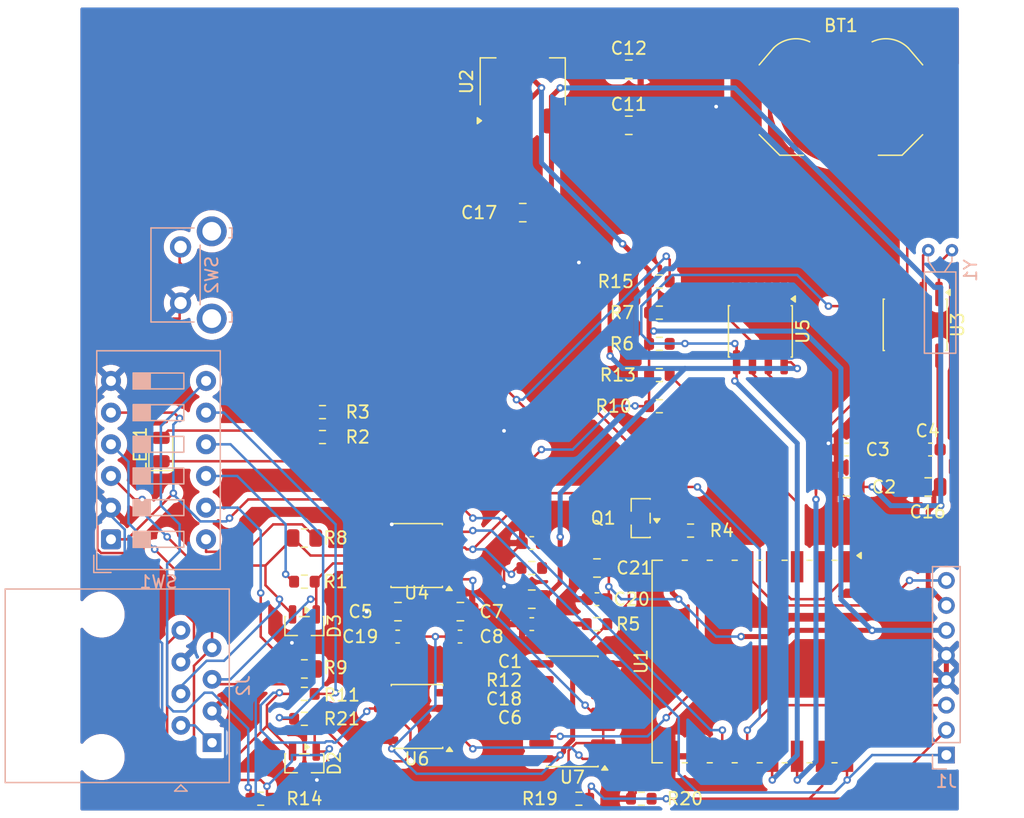
<source format=kicad_pcb>
(kicad_pcb (version 20241229) (generator "pcbnew") (generator_version "9.0")
  (layers (0 "F.Cu" signal) (2 "B.Cu" signal) (13 "F.Paste" user) (15 "B.Paste" user) (5 "F.SilkS" user "F.Silkscreen") (7 "B.SilkS" user "B.Silkscreen") (1 "F.Mask" user) (3 "B.Mask" user) (25 "Edge.Cuts" user))
  (net 0 "")
  (net 2 "FullDuplex")
  (net 3 "HalfDuplex")
  (net 4 "RST")
  (net 5 "Net-(C1-Pad1)")
  (net 6 "FULL_RS485_A")
  (net 7 "+3.3V")
  (net 8 "GND")
  (net 9 "EN")
  (net 10 "+5V")
  (net 11 "BAT")
  (net 13 "FULL_RS485_B")
  (net 14 "Net-(R1-Pad1)")
  (net 15 "HALF_RS485_B")
  (net 16 "HALF_RS485_A")
  (net 17 "Net-(J2-Pad1)")
  (net 18 "GPIO0")
  (net 19 "Net-(U3-X2)")
  (net 20 "Net-(U3-X1)")
  (net 21 "SDA")
  (net 22 "RX")
  (net 23 "SCL")
  (net 24 "TX")
  (net 25 "Net-(R8-Pad2)")
  (net 26 "Net-(R9-Pad1)")
  (net 27 "Debug")
  (net 28 "Net-(R11-Pad1)")
  (net 29 "Net-(R14-Pad1)")
  (net 31 "Net-(R21-Pad1)")
  (net 34 "Net-(Q1-B)")
  (net 39 "Net-(LED1-A)")
  (net 40 "Net-(LED1-K)")
  (net 41 "DE{slash}RE")
  (net 42 "Net-(R19-Pad2)")
  (net 43 "Net-(U4-R)")
  (net 44 "Net-(U6-R)")
  (footprint "Resistor_SMD:R_0603_1608Metric" (layer "F.Cu") (at 188.5 93.5)
    (property "Reference" "R20")
    (property "Value" "10kΩ" (hide yes))
  )
  (footprint "Resistor_SMD:R_0603_1608Metric" (layer "F.Cu") (at 161.5 87.095)
    (property "Reference" "R21")
    (property "Value" "120Ω" (hide yes))
  )
  (footprint "Resistor_SMD:R_0603_1608Metric" (layer "F.Cu") (at 179.725 75 180)
    (property "Reference" "R12")
    (property "Value" "560Ω" (hide yes))
  )
  (footprint "Capacitor_SMD:C_0805_2012Metric" (layer "F.Cu") (at 179.725 77.5 180)
    (property "Reference" "C18")
    (property "Value" "100nF" (hide yes))
  )
  (footprint "Capacitor_SMD:C_0805_2012Metric" (layer "F.Cu") (at 211.5 68.5 180)
    (property "Reference" "C16")
    (property "Value" "100nF" (hide yes))
  )
  (footprint "Resistor_SMD:R_0603_1608Metric" (layer "F.Cu") (at 183.5 93.5 180)
    (property "Reference" "R19")
    (property "Value" "3.3kΩ" (hide yes))
  )
  (footprint "Package_TO_SOT_SMD:SOT-23" (layer "F.Cu") (at 188.45 71 180)
    (property "Reference" "Q1")
    (property "Value" "BC817" (hide yes))
  )
  (footprint "Battery:BatteryHolder_LINX_BAT-HLD-012-SMT" (layer "F.Cu") (at 204.5 37.5 180)
    (property "Reference" "BT1")
    (property "Value" "Battery" (hide yes))
  )
  (footprint "LED_SMD:LED_0805_2012Metric" (layer "F.Cu") (at 150 65.5 90)
    (property "Reference" "LED1")
    (property "Value" "LED")
  )
  (footprint "Capacitor_SMD:C_0805_2012Metric" (layer "F.Cu") (at 174 78.5)
    (property "Reference" "C7")
    (property "Value" "100nF" (hide yes))
  )
  (footprint "Resistor_SMD:R_0603_1608Metric" (layer "F.Cu") (at 184.95 79.5 180)
    (property "Reference" "R5")
    (property "Value" "10kΩ" (hide yes))
  )
  (footprint "Capacitor_SMD:C_0805_2012Metric" (layer "F.Cu") (at 187.5 35)
    (property "Reference" "C12")
    (property "Value" "100nF" (hide yes))
  )
  (footprint "Capacitor_SMD:C_0805_2012Metric" (layer "F.Cu") (at 184.95 75 180)
    (property "Reference" "C21")
    (property "Value" "100nF" (hide yes))
  )
  (footprint "Package_TO_SOT_SMD:SOT-23" (layer "F.Cu") (at 161.5 79.6575 -90)
    (property "Reference" "D3")
    (property "Value" "SM712_SOT23" (hide yes))
  )
  (footprint "Resistor_SMD:R_0603_1608Metric" (layer "F.Cu") (at 189.95 59.525)
    (property "Reference" "R13")
    (property "Value" "4.7kΩ" (hide yes))
  )
  (footprint "Capacitor_SMD:C_0603_1608Metric" (layer "F.Cu") (at 179.725 73 180)
    (property "Reference" "C1")
    (property "Value" "100nF" (hide yes))
  )
  (footprint "Resistor_SMD:R_0805_2012Metric" (layer "F.Cu") (at 161.5 83.095)
    (property "Reference" "R9")
    (property "Value" "1kΩ" (hide yes))
  )
  (footprint "Resistor_SMD:R_0603_1608Metric" (layer "F.Cu") (at 161.5 85.095 180)
    (property "Reference" "R11")
    (property "Value" "1kΩ" (hide yes))
  )
  (footprint "Capacitor_SMD:C_0603_1608Metric" (layer "F.Cu") (at 168.975 80.5 180)
    (property "Reference" "C19")
    (property "Value" "100nF" (hide yes))
  )
  (footprint "Resistor_SMD:R_0603_1608Metric" (layer "F.Cu") (at 189.95 57.025)
    (property "Reference" "R6")
    (property "Value" "4.7kΩ" (hide yes))
  )
  (footprint "Resistor_SMD:R_0603_1608Metric" (layer "F.Cu") (at 189.95 54.525)
    (property "Reference" "R7")
    (property "Value" "4.7kΩ" (hide yes))
  )
  (footprint "Package_SO:SOIC-8_3.9x4.9mm_P1.27mm" (layer "F.Cu") (at 170.525 86.905 180)
    (property "Reference" "U6")
    (property "Value" "SN75176AD" (hide yes))
  )
  (footprint "Resistor_SMD:R_0603_1608Metric" (layer "F.Cu") (at 158 93.5)
    (property "Reference" "R14")
    (property "Value" "1kΩ" (hide yes))
  )
  (footprint "Resistor_SMD:R_0805_2012Metric" (layer "F.Cu") (at 161.5 72.595)
    (property "Reference" "R8")
    (property "Value" "1kΩ" (hide yes))
  )
  (footprint "RF_Module:ESP-07" (layer "F.Cu") (at 200.0875 82.5 -90)
    (property "Reference" "U1")
    (property "Value" "ESP-07")
  )
  (footprint "Package_SO:SOIC-8_3.9x4.9mm_P1.27mm" (layer "F.Cu") (at 170.5 74 180)
    (property "Reference" "U4")
    (property "Value" "SN75176AD" (hide yes))
  )
  (footprint "Package_TO_SOT_SMD:SOT-223-3_TabPin2" (layer "F.Cu") (at 179 36 90)
    (property "Reference" "U2")
    (property "Value" "AMS1117-3.3" (hide yes))
  )
  (footprint "Capacitor_SMD:C_0603_1608Metric" (layer "F.Cu") (at 179.725 79.5 180)
    (property "Reference" "C6")
    (property "Value" "100nF" (hide yes))
  )
  (footprint "Package_SO:SOIC-14_3.9x8.7mm_P1.27mm" (layer "F.Cu") (at 182.975 86.5 180)
    (property "Reference" "U7")
    (property "Value" "74HC4066D" (hide yes))
  )
  (footprint "Resistor_SMD:R_0603_1608Metric" (layer "F.Cu") (at 189.95 52.025)
    (property "Reference" "R15")
    (property "Value" "10kΩ" (hide yes))
  )
  (footprint "Capacitor_SMD:C_0805_2012Metric" (layer "F.Cu") (at 179 46.5 180)
    (property "Reference" "C17")
    (property "Value" "100nF" (hide yes))
  )
  (footprint "Resistor_SMD:R_0603_1608Metric" (layer "F.Cu") (at 189.95 62.025)
    (property "Reference" "R10")
    (property "Value" "5.6kΩ" (hide yes))
  )
  (footprint "Capacitor_SMD:C_0603_1608Metric" (layer "F.Cu") (at 184.95 77.5 180)
    (property "Reference" "C20")
    (property "Value" "100nF" (hide yes))
  )
  (footprint "Resistor_SMD:R_0603_1608Metric" (layer "F.Cu") (at 162.95 64.5)
    (property "Reference" "R2")
    (property "Value" "1kΩ" (hide yes))
  )
  (footprint "Capacitor_SMD:C_0603_1608Metric" (layer "F.Cu") (at 204.95 65.5 180)
    (property "Reference" "C3")
    (property "Value" "100nF" (hide yes))
  )
  (footprint "Resistor_SMD:R_0603_1608Metric" (layer "F.Cu") (at 192.45 72 180)
    (property "Reference" "R4")
    (property "Value" "1kΩ" (hide yes))
  )
  (footprint "Capacitor_SMD:C_0805_2012Metric" (layer "F.Cu") (at 169 78.5 180)
    (property "Reference" "C5")
    (property "Value" "100nF" (hide yes))
  )
  (footprint "Package_SO:SOIC-8_3.9x4.9mm_P1.27mm" (layer "F.Cu") (at 210.45 55.5 -90)
    (property "Reference" "U3")
    (property "Value" "DS1307Z+" (hide yes))
  )
  (footprint "Resistor_SMD:R_0603_1608Metric" (layer "F.Cu") (at 161.5 76.095)
    (property "Reference" "R1")
    (property "Value" "120Ω" (hide yes))
  )
  (footprint "Package_SO:SOIC-8_3.9x4.9mm_P1.27mm" (layer "F.Cu") (at 198.045 56.025 -90)
    (property "Reference" "U5")
    (property "Value" "24M02RD" (hide yes))
  )
  (footprint "Resistor_SMD:R_0603_1608Metric" (layer "F.Cu") (at 162.95 62.5)
    (property "Reference" "R3")
    (property "Value" "1kΩ" (hide yes))
  )
  (footprint "Capacitor_SMD:C_0805_2012Metric" (layer "F.Cu") (at 187.5 39.5)
    (property "Reference" "C11")
    (property "Value" "100nF" (hide yes))
  )
  (footprint "Capacitor_SMD:C_0603_1608Metric" (layer "F.Cu") (at 211.675 65.5 180)
    (property "Reference" "C4")
    (property "Value" "100nF" (hide yes))
  )
  (footprint "Package_TO_SOT_SMD:SOT-23" (layer "F.Cu") (at 161.5 90.6575 -90)
    (property "Reference" "D2")
    (property "Value" "SM712_SOT23" (hide yes))
  )
  (footprint "Capacitor_SMD:C_0603_1608Metric" (layer "F.Cu") (at 173.975 80.5)
    (property "Reference" "C8")
    (property "Value" "100nF" (hide yes))
  )
  (footprint "Capacitor_SMD:C_0805_2012Metric" (layer "F.Cu") (at 204.95 68.5 180)
    (property "Reference" "C2")
    (property "Value" "100nF" (hide yes))
  )
  (footprint "Crystal:Crystal_DS26_D2.0mm_L6.0mm_Horizontal" (layer "B.Cu") (at 213.4 49.52 180)
    (property "Reference" "Y1")
    (property "Value" "Crystal")
  )
  (footprint "Connector_RJ:RJ45_Amphenol_54602-x08_Horizontal" (layer "B.Cu") (at 151.6 88.89 90)
    (property "Reference" "J2")
    (property "Value" "RJ45")
  )
  (footprint "Connector_PinHeader_2.00mm:PinHeader_1x08_P2.00mm_Vertical" (layer "B.Cu") (at 212.95 90)
    (property "Reference" "J1")
    (property "Value" "Conn_01x08_Pin")
  )
  (footprint "Button_Switch_THT:SW_SPST_Omron_B3F-315x_Angled" (layer "B.Cu") (at 151.575 49.249999 -90)
    (property "Reference" "SW2")
    (property "Value" "SW_Push")
  )
  (footprint "Button_Switch_THT:SW_DIP_SPSTx06_Slide_9.78x17.42mm_W7.62mm_P2.54mm" (layer "B.Cu") (at 146 72.7)
    (property "Reference" "SW1")
    (property "Value" "SW_DIP_x06")
  )
  (segment (start 185.775 79.5) (end 183.5 81.775) (width 0.2) (layer "F.Cu") (net 2))
  (segment (start 183.5 84) (end 184.73 85.23) (width 0.2) (layer "F.Cu") (net 2))
  (segment (start 185.775 79.5) (end 187.5125 77.7625) (width 0.2) (layer "F.Cu") (net 2))
  (segment (start 184.73 85.23) (end 185.45 85.23) (width 0.2) (layer "F.Cu") (net 2))
  (segment (start 187.5125 77.7625) (end 187.5125 71) (width 0.2) (layer "F.Cu") (net 2))
  (segment (start 183.5 81.775) (end 183.5 84) (width 0.2) (layer "F.Cu") (net 2))
  (segment (start 190.5 87) (end 192.9875 84.5125) (width 0.2) (layer "F.Cu") (net 3))
  (segment (start 193.275 72) (end 193.275 74.6125) (width 0.2) (layer "F.Cu") (net 3))
  (segment (start 181.04 88.5) (end 180.5 89.04) (width 0.2) (layer "F.Cu") (net 3))
  (segment (start 182 88.5) (end 181.04 88.5) (width 0.2) (layer "F.Cu") (net 3))
  (segment (start 193.275 74.6125) (end 192.9875 74.9) (width 0.2) (layer "F.Cu") (net 3))
  (segment (start 192.9875 84.5125) (end 192.9875 74.9) (width 0.2) (layer "F.Cu") (net 3))
  (via (at 182 88.5) (size 0.6) (drill 0.3) (layers "F.Cu" "B.Cu") (net 3))
  (via (at 190.5 87) (size 0.6) (drill 0.3) (layers "F.Cu" "B.Cu") (net 3))
  (segment (start 190.5 87) (end 189 88.5) (width 0.2) (layer "B.Cu") (net 3))
  (segment (start 189 88.5) (end 182 88.5) (width 0.2) (layer "B.Cu") (net 3))
  (segment (start 200.5 77.5) (end 203.1375 77.5) (width 0.2) (layer "F.Cu") (net 4))
  (segment (start 198.9875 70.2375) (end 198.9875 74.9) (width 0.2) (layer "F.Cu") (net 4))
  (segment (start 198.9875 74.9) (end 198.9875 75.9875) (width 0.2) (layer "F.Cu") (net 4))
  (segment (start 204.9875 75.65) (end 204.9875 74.9) (width 0.2) (layer "F.Cu") (net 4))
  (segment (start 190.775 62.025) (end 198.9875 70.2375) (width 0.2) (layer "F.Cu") (net 4))
  (segment (start 203.1375 77.5) (end 204.9875 75.65) (width 0.2) (layer "F.Cu") (net 4))
  (segment (start 198.9875 75.9875) (end 200.5 77.5) (width 0.2) (layer "F.Cu") (net 4))
  (segment (start 154.1 81.39) (end 152.651 82.839) (width 0.2) (layer "F.Cu") (net 6))
  (segment (start 159.5 85) (end 158.5 86) (width 0.2) (layer "F.Cu") (net 6))
  (segment (start 152.651 90.151) (end 153 90.5) (width 0.2) (layer "F.Cu") (net 6))
  (segment (start 158.5 87.67) (end 160.55 89.72) (width 0.2) (layer "F.Cu") (net 6))
  (segment (start 153 90.5) (end 155.67 90.5) (width 0.2) (layer "F.Cu") (net 6))
  (segment (start 158.5 86) (end 158.5 87.67) (width 0.2) (layer "F.Cu") (net 6))
  (segment (start 155.67 90.5) (end 158.5 87.67) (width 0.2) (layer "F.Cu") (net 6))
  (segment (start 160.675 85.095) (end 159.595 85.095) (width 0.2) (layer "F.Cu") (net 6))
  (segment (start 159.595 85.095) (end 159.5 85) (width 0.2) (layer "F.Cu") (net 6))
  (segment (start 154.1 81.39) (end 154.1 78.1) (width 0.2) (layer "F.Cu") (net 6))
  (segment (start 152.651 82.839) (end 152.651 90.151) (width 0.2) (layer "F.Cu") (net 6))
  (segment (start 166.73 86.27) (end 166.5 86.5) (width 0.2) (layer "F.Cu") (net 6))
  (segment (start 168.05 86.27) (end 166.73 86.27) (width 0.2) (layer "F.Cu") (net 6))
  (segment (start 154.1 78.1) (end 149.5 73.5) (width 0.2) (layer "F.Cu") (net 6))
  (via (at 166.5 86.5) (size 0.6) (drill 0.3) (layers "F.Cu" "B.Cu") (net 6))
  (via (at 159.5 85) (size 0.6) (drill 0.3) (layers "F.Cu" "B.Cu") (net 6))
  (via (at 149.5 73.5) (size 0.6) (drill 0.3) (layers "F.Cu" "B.Cu") (net 6))
  (segment (start 164 89) (end 163.849943 89) (width 0.2) (layer "B.Cu") (net 6))
  (segment (start 163.251057 88.899) (end 163.150057 89) (width 0.2) (layer "B.Cu") (net 6))
  (segment (start 159 89) (end 158.002 88.002) (width 0.2) (layer "B.Cu") (net 6))
  (segment (start 166.5 86.5) (end 164 89) (width 0.2) (layer "B.Cu") (net 6))
  (segment (start 149.5 73.5) (end 147.399 71.399) (width 0.2) (layer "B.Cu") (net 6))
  (segment (start 147.399 71.399) (end 147.399 66.479) (width 0.2) (layer "B.Cu") (net 6))
  (segment (start 147.399 66.479) (end 146 65.08) (width 0.2) (layer "B.Cu") (net 6))
  (segment (start 163.150057 89) (end 159 89) (width 0.2) (layer "B.Cu") (net 6))
  (segment (start 163.849943 89) (end 163.748943 88.899) (width 0.2) (layer "B.Cu") (net 6))
  (segment (start 159 85) (end 159.5 85) (width 0.2) (layer "B.Cu") (net 6))
  (segment (start 163.748943 88.899) (end 163.251057 88.899) (width 0.2) (layer "B.Cu") (net 6))
  (segment (start 158.002 88.002) (end 158.002 85.998) (width 0.2) (layer "B.Cu") (net 6))
  (segment (start 158.002 85.998) (end 159 85) (width 0.2) (layer "B.Cu") (net 6))
  (segment (start 179 32.85) (end 184.4 32.85) (width 0.4) (layer "F.Cu") (net 7))
  (segment (start 189.125 56) (end 189.5 56) (width 0.2) (layer "F.Cu") (net 7))
  (segment (start 163.775 62.5) (end 163.775 64.5) (width 0.2) (layer "F.Cu") (net 7))
  (segment (start 189.125 52.025) (end 189.125 51.125) (width 0.4) (layer "F.Cu") (net 7))
  (segment (start 179 39.15) (end 179 38) (width 0.4) (layer "F.Cu") (net 7))
  (segment (start 196.5 80.5) (end 200 80.5) (width 0.4) (layer "F.Cu") (net 7))
  (segment (start 164 64.5) (end 163.775 64.5) (width 0.2) (layer "F.Cu") (net 7))
  (segment (start 184.4 32.85) (end 186.55 35) (width 0.4) (layer "F.Cu") (net 7))
  (segment (start 179 32.85) (end 179 35) (width 0.4) (layer "F.Cu") (net 7))
  (segment (start 189.125 51.125) (end 187 49) (width 0.4) (layer "F.Cu") (net 7))
  (segment (start 189.125 54.525) (end 189.125 56) (width 0.4) (layer "F.Cu") (net 7))
  (segment (start 189.125 52.025) (end 189.125 54.525) (width 0.4) (layer "F.Cu") (net 7))
  (segment (start 189.125 59.525) (end 189.125 57.025) (width 0.2) (layer "F.Cu") (net 7))
  (segment (start 185.9 76.5) (end 185.9 77.325) (width 0.2) (layer "F.Cu") (net 7))
  (segment (start 179 67) (end 166.5 67) (width 0.2) (layer "F.Cu") (net 7))
  (segment (start 180.5 65.5) (end 179 67) (width 0.2) (layer "F.Cu") (net 7))
  (segment (start 189.125 56) (end 189.125 57.025) (width 0.4) (layer "F.Cu") (net 7))
  (segment (start 200.5 80) (end 207 80) (width 0.4) (layer "F.Cu") (net 7))
  (segment (start 189.125 62.025) (end 188.025 62.025) (width 0.2) (layer "F.Cu") (net 7))
  (segment (start 166.5 67) (end 164 64.5) (width 0.2) (layer "F.Cu") (net 7))
  (segment (start 188.025 62.025) (end 188 62) (width 0.2) (layer "F.Cu") (net 7))
  (segment (start 179 35) (end 180.5 36.5) (width 0.4) (layer "F.Cu") (net 7))
  (segment (start 200 80.5) (end 200.5 80) (width 0.4) (layer "F.Cu") (net 7))
  (segment (start 191.5 77.5) (end 190.9875 76.9875) (width 0.4) (layer "F.Cu") (net 7))
  (segment (start 179 38) (end 180.5 36.5) (width 0.4) (layer "F.Cu") (net 7))
  (segment (start 185.9 77.325) (end 185.725 77.5) (width 0.2) (layer "F.Cu") (net 7))
  (segment (start 190.9875 76.9875) (end 190.9875 74.9) (width 0.4) (layer "F.Cu") (net 7))
  (segment (start 189.125 62.025) (end 189.125 59.525) (width 0.2) (layer "F.Cu") (net 7))
  (segment (start 185.9 75) (end 185.9 76.5) (width 0.2) (layer "F.Cu") (net 7))
  (via (at 187 49) (size 0.6) (drill 0.3) (layers "F.Cu" "B.Cu") (net 7))
  (via (at 189.5 56) (size 0.6) (drill 0.3) (layers "F.Cu" "B.Cu") (net 7))
  (via (at 196.5 80.5) (size 0.6) (drill 0.3) (layers "F.Cu" "B.Cu") (net 7))
  (via (at 207 80) (size 0.6) (drill 0.3) (layers "F.Cu" "B.Cu") (net 7))
  (via (at 180.5 65.5) (size 0.6) (drill 0.3) (layers "F.Cu" "B.Cu") (net 7))
  (via (at 191.5 77.5) (size 0.6) (drill 0.3) (layers "F.Cu" "B.Cu") (net 7))
  (via (at 185.9 76.5) (size 0.6) (drill 0.3) (layers "F.Cu" "B.Cu") (net 7))
  (via (at 180.5 36.5) (size 0.6) (drill 0.3) (layers "F.Cu" "B.Cu") (net 7))
  (via (at 188 62) (size 0.6) (drill 0.3) (layers "F.Cu" "B.Cu") (net 7))
  (segment (start 204.5 77.5) (end 207 80) (width 0.4) (layer "B.Cu") (net 7))
  (segment (start 183 65.5) (end 186.5 62) (width 0.2) (layer "B.Cu") (net 7))
  (segment (start 191.5 77.5) (end 186.9 77.5) (width 0.2) (layer "B.Cu") (net 7))
  (segment (start 204.5 59) (end 204.5 77.5) (width 0.4) (layer "B.Cu") (net 7))
  (segment (start 196.5 80.5) (end 194.5 80.5) (width 0.2) (layer "B.Cu") (net 7))
  (segment (start 186.5 62) (end 188 62) (width 0.2) (layer "B.Cu") (net 7))
  (segment (start 212.95 80) (end 207 80) (width 0.4) (layer "B.Cu") (net 7))
  (segment (start 180.5 36.5) (end 180.5 42.5) (width 0.4) (layer "B.Cu") (net 7))
  (segment (start 186.9 77.5) (end 185.9 76.5) (width 0.2) (layer "B.Cu") (net 7))
  (segment (start 180.5 42.5) (end 187 49) (width 0.4) (layer "B.Cu") (net 7))
  (segment (start 201.5 56) (end 204.5 59) (width 0.4) (layer "B.Cu") (net 7))
  (segment (start 189.5 56) (end 201.5 56) (width 0.4) (layer "B.Cu") (net 7))
  (segment (start 180.5 65.5) (end 183 65.5) (width 0.2) (layer "B.Cu") (net 7))
  (segment (start 194.5 80.5) (end 191.5 77.5) (width 0.2) (layer "B.Cu") (net 7))
  (segment (start 192.725 39.275) (end 188.45 35) (width 0.4) (layer "F.Cu") (net 8))
  (segment (start 184 75) (end 184 70) (width 0.2) (layer "F.Cu") (net 8))
  (segment (start 176.7 45.15) (end 176.7 46.2) (width 0.4) (layer "F.Cu") (net 8))
  (segment (start 189.9 90.1) (end 190.9875 90.1) (width 0.4) (layer "F.Cu") (net 8))
  (segment (start 145.21484 73.801) (end 144.899 73.48516) (width 0.2) (layer "F.Cu") (net 8))
  (segment (start 187.675 93.5) (end 187.675 93.4125) (width 0.2) (layer "F.Cu") (net 8))
  (segment (start 188.45 35) (end 188.45 37) (width 0.4) (layer "F.Cu") (net 8))
  (segment (start 199.205001 60) (end 201.5 60) (width 0.2) (layer "F.Cu") (net 8))
  (segment (start 152.651 81.489) (end 152.651 79.357831) (width 0.2) (layer "F.Cu") (net 8))
  (segment (start 184 75) (end 184 77.325) (width 0.2) (layer "F.Cu") (net 8))
  (segment (start 168.025 72.095) (end 168.5 71.62) (width 0.2) (layer "F.Cu") (net 8))
  (segment (start 168.2 80.7) (end 168.05 80.85) (width 0.2) (layer "F.Cu") (net 8))
  (segment (start 168.5 71.62) (end 168.5 71.5) (width 0.2) (layer "F.Cu") (net 8))
  (segment (start 178.05 47.55) (end 181 50.5) (width 0.2) (layer "F.Cu") (net 8))
  (segment (start 189.3875 70.05) (end 189.3375 70) (width 0.2) (layer "F.Cu") (net 8))
  (segment (start 151.5 53.824999) (end 151.575 53.749999) (width 0.2) (layer "F.Cu") (net 8))
  (segment (start 178.775 77.5) (end 178.775 79.325) (width 0.2) (layer "F.Cu") (net 8))
  (segment (start 185.45 82.69) (end 187.19 82.69) (width 0.4) (layer "F.Cu") (net 8))
  (segment (start 174.95 78.5) (end 175.5 78.5) (width 0.2) (layer "F.Cu") (net 8))
  (segment (start 209.524 69.526) (end 210.55 68.5) (width 0.2) (layer "F.Cu") (net 8))
  (segment (start 161.5 91.595) (end 161.905 92) (width 0.2) (layer "F.Cu") (net 8))
  (segment (start 173.889943 87.54) (end 173 87.54) (width 0.2) (layer "F.Cu") (net 8))
  (segment (start 150.85 45.15) (end 147.5 48.5) (width 0.2) (layer "F.Cu") (net 8))
  (segment (start 152.651 79.357831) (end 147.094169 73.801) (width 0.2) (layer "F.Cu") (net 8))
  (segment (start 177 46.5) (end 178.05 46.5) (width 0.4) (layer "F.Cu") (net 8))
  (segment (start 168.05 85) (end 169.024999 85) (width 0.2) (layer "F.Cu") (net 8))
  (segment (start 169.024999 85) (end 170.294999 86.27) (width 0.2) (layer "F.Cu") (net 8))
  (segment (start 176.7 46.2) (end 177 46.5) (width 0.4) (layer "F.Cu") (net 8))
  (segment (start 168.05 78.5) (end 168.05 80.35) (width 0.2) (layer "F.Cu") (net 8))
  (segment (start 194 38) (end 192.725 39.275) (width 0.4) (layer "F.Cu") (net 8))
  (segment (start 161.5 80.595) (end 161.095 81) (width 0.2) (layer "F.Cu") (net 8))
  (segment (start 189.3375 70) (end 184 70) (width 0.2) (layer "F.Cu") (net 8))
  (segment (start 196.14 53.55) (end 197.41 53.55) (width 0.2) (layer "F.Cu") (net 8))
  (segment (start 177.775 76.5) (end 178.775 77.5) (width 0.2) (layer "F.Cu") (net 8))
  (segment (start 174.95 80.3) (end 174.75 80.5) (width 0.2) (layer "F.Cu") (net 8))
  (segment (start 204.175 65.5) (end 204.175 68.325) (width 0.2) (layer "F.Cu") (net 8))
  (segment (start 144.899 71.261) (end 146 70.16) (width 0.2) (layer "F.Cu") (net 8))
  (segment (start 187.19 82.69) (end 189.5 85) (width 0.4) (layer "F.Cu") (net 8))
  (segment (start 152.425 52.899999) (end 166.399999 52.899999) (width 0.2) (layer "F.Cu") (net 8))
  (segment (start 198.68 58.5) (end 198.68 59.474999) (width 0.2) (layer "F.Cu") (net 8))
  (segment (start 166.399999 52.899999) (end 177.5 64) (width 0.2) (layer "F.Cu") (net 8))
  (segment (start 176.7 39.15) (end 176.7 45.15) (width 0.4) (layer "F.Cu") (net 8))
  (segment (start 176.7 45.15) (end 150.85 45.15) (width 0.2) (layer "F.Cu") (net 8))
  (segment (start 210.9 68.15) (end 210.55 68.5) (width 0.2) (layer "F.Cu") (net 8))
  (segment (start 192.9875 90.1) (end 192.9875 88.5125) (width 0.4) (layer "F.Cu") (net 8))
  (segment (start 178.95 71.05) (end 178.95 73) (width 0.2) (layer "F.Cu") (net 8))
  (segment (start 168.2 80.5) (end 168.2 80.7) (width 0.2) (layer "F.Cu") (net 8))
  (segment (start 151.6 82.54) (end 152.651 81.489) (width 0.2) (layer "F.Cu") (net 8))
  (segment (start 181 50.5) (end 183.5 50.5) (width 0.2) (layer "F.Cu") (net 8))
  (segment (start 184 77.325) (end 184.175 77.5) (width 0.2) (layer "F.Cu") (net 8))
  (segment (start 204.5 50) (end 204.5 49) (width 0.2) (layer "F.Cu") (net 8))
  (segment (start 189.5 89.7) (end 189.9 90.1) (width 0.4) (layer "F.Cu") (net 8))
  (segment (start 188.04375 93.04375) (end 188.04375 91.95625) (width 0.2) (layer "F.Cu") (net 8))
  (segment (start 177.5 74.45) (end 177.5 76.5) (width 0.2) (layer "F.Cu") (net 8))
  (segment (start 188.45 37) (end 188.45 39.5) (width 0.4) (layer "F.Cu") (net 8))
  (segment (start 147.094169 73.801) (end 145.21484 73.801) (width 0.2) (layer "F.Cu") (net 8))
  (segment (start 201.5 60) (end 202 59.5) (width 0.2) (layer "F.Cu") (net 8))
  (segment (start 188.04375 91.95625) (end 189.9 90.1) (width 0.2) (layer "F.Cu") (net 8))
  (segment (start 194 38) (end 194.5 38) (width 0.2) (layer "F.Cu") (net 8))
  (segment (start 190.9875 90.1) (end 192.9875 90.1) (width 0.4) (layer "F.Cu") (net 8))
  (segment (start 161.095 81) (end 160.5 81) (width 0.2) (layer "F.Cu") (net 8))
  (segment (start 146 60) (end 151 55) (width 0.2) (layer "F.Cu") (net 8))
  (segment (start 180 70) (end 178.95 71.05) (width 0.2) (layer "F.Cu") (net 8))
  (segment (start 187.675 93.4125) (end 188.04375 93.04375) (width 0.2) (layer "F.Cu") (net 8))
  (segment (start 151.575 53.749999) (end 152.425 52.899999) (width 0.2) (layer "F.Cu") (net 8))
  (segment (start 151.5 55) (end 151.5 53.824999) (width 0.2) (layer "F.Cu") (net 8))
  (segment (start 205.026 69.526) (end 209.524 69.526) (width 0.2) (layer "F.Cu") (net 8))
  (segment (start 147.5 48.5) (end 148 49) (width 0.2) (layer "F.Cu") (net 8))
  (segment (start 170.294999 86.27) (end 173 86.27) (width 0.2) (layer "F.Cu") (net 8))
  (segment (start 204.5 50) (end 200.95 53.55) (width 0.2) (layer "F.Cu") (net 8))
  (segment (start 168.05 80.35) (end 168.2 80.5) (width 0.2) (layer "F.Cu") (net 8))
  (segment (start 202 59.5) (end 202 53.55) (width 0.2) (layer "F.Cu") (net 8))
  (segment (start 164.405 80.595) (end 166.5 78.5) (width 0.2) (layer "F.Cu") (net 8))
  (segment (start 198.68 59.474999) (end 199.205001 60) (width 0.2) (layer "F.Cu") (net 8))
  (segment (start 161.905 92) (end 162.5 92) (width 0.2) (layer "F.Cu") (net 8))
  (segment (start 161.5 80.595) (end 164.405 80.595) (width 0.2) (layer "F.Cu") (net 8))
  (segment (start 204.5 37.5) (end 200.5 41.5) (width 0.4) (layer "F.Cu") (net 8))
  (segment (start 204 68.5) (end 205.026 69.526) (width 0.2) (layer "F.Cu") (net 8))
  (segment (start 151 55) (end 151.5 55) (width 0.2) (layer "F.Cu") (net 8))
  (segment (start 173 86.27) (end 174.3525 86.27) (width 0.2) (layer "F.Cu") (net 8))
  (segment (start 178.775 79.325) (end 178.95 79.5) (width 0.2) (layer "F.Cu") (net 8))
  (segment (start 178.05 46.5) (end 178.05 47.55) (width 0.2) (layer "F.Cu") (net 8))
  (segment (start 174.3525 86.27) (end 174.75 85.8725) (width 0.2) (layer "F.Cu") (net 8))
  (segment (start 194.95 41.5) (end 192.725 39.275) (width 0.4) (layer "F.Cu") (net 8))
  (segment (start 184 70) (end 180 70) (width 0.2) (layer "F.Cu") (net 8))
  (segment (start 204.175 68.325) (end 204 68.5) (width 0.2) (layer "F.Cu") (net 8))
  (segment (start 168.05 78.5) (end 166.5 78.5) (width 0.2) (layer "F.Cu") (net 8))
  (segment (start 148 49) (end 148 50.174999) (width 0.2) (layer "F.Cu") (net 8))
  (segment (start 177.5 76.5) (end 177.775 76.5) (width 0.2) (layer "F.Cu") (net 8))
  (segment (start 200.95 53.55) (end 199.95 53.55) (width 0.2) (layer "F.Cu") (net 8))
  (segment (start 199.95 53.55) (end 198.68 53.55) (width 0.2) (layer "F.Cu") (net 8))
  (segment (start 192.9875 88.5125) (end 197.5 84) (width 0.4) (layer "F.Cu") (net 8))
  (segment (start 168.05 80.85) (end 168.05 85) (width 0.2) (layer "F.Cu") (net 8))
  (segment (start 210.9 65.5) (end 210.9 68.15) (width 0.2) (layer "F.Cu") (net 8))
  (segment (start 148 50.174999) (end 151.575 53.749999) (width 0.2) (layer "F.Cu") (net 8))
  (segment (start 200.5 41.5) (end 194.95 41.5) (width 0.4) (layer "F.Cu") (net 8))
  (segment (start 189.5 85) (end 189.5 89.7) (width 0.4) (layer "F.Cu") (net 8))
  (segment (start 198.68 53.55) (end 197.41 53.55) (width 0.2) (layer "F.Cu") (net 8))
  (segment (start 175.5 78.5) (end 177.5 76.5) (width 0.2) (layer "F.Cu") (net 8))
  (segment (start 178.95 73) (end 177.5 74.45) (width 0.2) (layer "F.Cu") (net 8))
  (segment (start 204.175 65.5) (end 204 65.5) (width 0.2) (layer "F.Cu") (net 8))
  (segment (start 197.5 84) (end 212.95 84) (width 0.4) (layer "F.Cu") (net 8))
  (segment (start 174.75 85.8725) (end 174.75 80.5) (width 0.2) (layer "F.Cu") (net 8))
  (segment (start 204.5 37.5) (end 204.5 49) (width 0.4) (layer "F.Cu") (net 8))
  (segment (start 212.95 84) (end 212.95 82) (width 0.4) (layer "F.Cu") (net 8))
  (segment (start 204 65.5) (end 203.5 65) (width 0.2) (layer "F.Cu") (net 8))
  (segment (start 197.41 53.896968) (end 197.41 53.55) (width 0.2) (layer "F.Cu") (net 8))
  (segment (start 208.545 53.025) (end 207.525 53.025) (width 0.2) (layer "F.Cu") (net 8))
  (segment (start 144.899 73.48516) (end 144.899 71.261) (width 0.2) (layer "F.Cu") (net 8))
  (segment (start 173 87.54) (end 173 86.27) (width 0.2) (layer "F.Cu") (net 8))
  (segment (start 202 53.55) (end 199.95 53.55) (width 0.2) (layer "F.Cu") (net 8))
  (segment (start 207.525 53.025) (end 204.5 50) (width 0.2) (layer "F.Cu") (net 8))
  (segment (start 174.95 78.5) (end 174.95 80.3) (width 0.2) (layer "F.Cu") (net 8))
  (via (at 168.5 71.5) (size 0.6) (drill 0.3) (layers "F.Cu" "B.Cu") (net 8))
  (via (at 160.5 81) (size 0.6) (drill 0.3) (layers "F.Cu" "B.Cu") (net 8))
  (via (at 177.5 76.5) (size 0.6) (drill 0.3) (layers "F.Cu" "B.Cu") (net 8))
  (via (at 203.5 65) (size 0.6) (drill 0.3) (layers "F.Cu" "B.Cu") (net 8))
  (via (at 183.5 50.5) (size 0.6) (drill 0.3) (layers "F.Cu" "B.Cu") (net 8))
  (via (at 194.5 38) (size 0.6) (drill 0.3) (layers "F.Cu" "B.Cu") (net 8))
  (via (at 166.5 78.5) (size 0.6) (drill 0.3) (layers "F.Cu" "B.Cu") (net 8))
  (via (at 162.5 92) (size 0.6) (drill 0.3) (layers "F.Cu" "B.Cu") (net 8))
  (via (at 177.5 64) (size 0.6) (drill 0.3) (layers "F.Cu" "B.Cu") (net 8))
  (segment (start 162.5 92) (end 160.151 94.349) (width 0.2) (layer "B.Cu") (net 8))
  (segment (start 203.576 59.651029) (end 201.924971 58) (width 0.4) (layer "B.Cu") (net 8))
  (segment (start 190 49) (end 191.5 49) (width 0.4) (layer "B.Cu") (net 8))
  (segment (start 177 76.5) (end 176 75.5) (width 0.4) (layer "B.Cu") (net 8))
  (segment (start 176 75) (end 174 75) (width 0.4) (layer "B.Cu") (net 8))
  (segment (start 150.099 87.948) (end 155.151 93) (width 0.2) (layer "B.Cu") (net 8))
  (segment (start 190.46645 51) (end 188.099 53.36745) (width 0.4) (layer "B.Cu") (net 8))
  (segment (start 155.849 94.349) (end 155.151 93.651) (width 0.2) (layer "B.Cu") (net 8))
  (segment (start 160.151 94.349) (end 157.5 94.349) (width 0.2) (layer "B.Cu") (net 8))
  (segment (start 174 75) (end 174 73.5) (width 0.4) (layer "B.Cu") (net 8))
  (segment (start 188.099 57.901) (end 188 58) (width 0.2) (layer "B.Cu") (net 8))
  (segment (start 160.5 81) (end 157.601 83.899) (width 0.2) (layer "B.Cu") (net 8))
  (segment (start 188.099 53.36745) (end 188.099 57.901) (width 0.4) (layer "B.Cu") (net 8))
  (segment (start 168.5 76.5) (end 166.5 78.5) (width 0.4) (layer "B.Cu") (net 8))
  (segment (start 146 70.16) (end 146 70.81384) (width 0.2) (layer "B.Cu") (net 8))
  (segment (start 203.576 82.675) (end 203.576 59.651029) (width 0.4) (layer "B.Cu") (net 8))
  (segment (start 150.099 81.039) (end 150.099 87.948) (width 0.2) (layer "B.Cu") (net 8))
  (segment (start 155.151 87.521) (end 154.1 86.47) (width 0.2) (layer "B.Cu") (net 8))
  (segment (start 157.601 83.899) (end 157.601 94.248) (width 0.2) (layer "B.Cu") (net 8))
  (segment (start 186 56.499999) (end 174 68.5) (width 0.4) (layer "B.Cu") (net 8))
  (segment (start 188 58) (end 187.5 58) (width 0.4) (layer "B.Cu") (net 8))
  (segment (start 187.5 58) (end 186 56.499999) (width 0.4) (layer "B.Cu") (net 8))
  (segment (start 154.1 86.47) (end 154.1 86.093661) (width 0.2) (layer "B.Cu") (net 8))
  (segment (start 212.95 82) (end 212.275 82.675) (width 0.4) (layer "B.Cu") (net 8))
  (segment (start 157.601 94.248) (end 157.5 94.349) (width 0.2) (layer "B.Cu") (net 8))
  (segment (start 188.5 50.5) (end 190 49) (width 0.4) (layer "B.Cu") (net 8))
  (segment (start 146 70.81384) (end 147.101 71.91484) (width 0.2) (layer "B.Cu") (net 8))
  (segment (start 176 75.5) (end 176 75) (width 0.4) (layer "B.Cu") (net 8))
  (segment (start 212.275 82.675) (end 203.576 82.675) (width 0.4) (layer "B.Cu") (net 8))
  (segment (start 191.5 49) (end 191.5 50.5) (width 0.4) (layer "B.Cu") (net 8))
  (segment (start 168.5 71.5) (end 168.5 76.5) (width 0.4) (layer "B.Cu") (net 8))
  (segment (start 177 76.5) (end 177.5 76.5) (width 0.4) (layer "B.Cu") (net 8))
  (segment (start 157.5 94.349) (end 155.849 94.349) (width 0.2) (layer "B.Cu") (net 8))
  (segment (start 147.101 71.91484) (end 147.101 78.041) (width 0.2) (layer "B.Cu") (net 8))
  (segment (start 155.151 93) (end 155.151 87.521) (width 0.2) (layer "B.Cu") (net 8))
  (segment (start 155.151 93.651) (end 155.151 93) (width 0.2) (layer "B.Cu") (net 8))
  (segment (start 201.924971 58) (end 188 58) (width 0.4) (layer "B.Cu") (net 8))
  (segment (start 174 68.5) (end 174 73.5) (width 0.4) (layer "B.Cu") (net 8))
  (segment (start 191.5 50.5) (end 191 51) (width 0.4) (layer "B.Cu") (net 8))
  (segment (start 191 51) (end 190.46645 51) (width 0.4) (layer "B.Cu") (net 8))
  (segment (start 147.101 78.041) (end 150.099 81.039) (width 0.2) (layer "B.Cu") (net 8))
  (segment (start 183.5 50.5) (end 188.5 50.5) (width 0.4) (layer "B.Cu") (net 8))
  (segment (start 200.9875 74.9) (end 200.9875 69.7375) (width 0.2) (layer "F.Cu") (net 9))
  (segment (start 200.9875 69.7375) (end 190.775 59.525) (width 0.2) (layer "F.Cu") (net 9))
  (segment (start 181.3 39.15) (end 181.3 45.7) (width 0.4) (layer "F.Cu") (net 10))
  (segment (start 169.95 80.3) (end 169.75 80.5) (width 0.2) (layer "F.Cu") (net 10))
  (segment (start 182.274 89.726) (end 182 90) (width 0.4) (layer "F.Cu") (net 10))
  (segment (start 180.5 79.5) (end 183 82) (width 0.4) (layer "F.Cu") (net 10))
  (segment (start 181.69 90.31) (end 182 90) (width 0.4) (layer "F.Cu") (net 10))
  (segment (start 211.5 76.55) (end 212.95 78) (width 0.4) (layer "F.Cu") (net 10))
  (segment (start 169.95 78.5) (end 169.95 71.45) (width 0.2) (layer "F.Cu") (net 10))
  (segment (start 146 72.7) (end 147.3 72.7) (width 0.2) (layer "F.Cu") (net 10))
  (segment (start 181.3 45.7) (end 181 46) (width 0.4) (layer "F.Cu") (net 10))
  (segment (start 168.5 89.5) (end 168.5 89.26) (width 0.2) (layer "F.Cu") (net 10))
  (segment (start 151.04 62.54) (end 151.5 63) (width 0.2) (layer "F.Cu") (net 10))
  (segment (start 186 51) (end 186 58) (width 0.4) (layer "F.Cu") (net 10))
  (segment (start 183 88.7579) (end 182.274 89.4839) (width 0.4) (layer "F.Cu") (net 10))
  (segment (start 180.675 79.325) (end 180.5 79.5) (width 0.2) (layer "F.Cu") (net 10))
  (segment (start 169.75 80.5) (end 172 80.5) (width 0.2) (layer "F.Cu") (net 10))
  (segment (start 183 82) (end 183 88.7579) (width 0.4) (layer "F.Cu") (net 10))
  (segment (start 181.3 37.2) (end 182 36.5) (width 0.4) (layer "F.Cu") (net 10))
  (segment (start 186.55 39.5) (end 181.65 39.5) (width 0.2) (layer "F.Cu") (net 10))
  (segment (start 212.355 65.405) (end 212.45 65.5) (width 0.2) (layer "F.Cu") (net 10))
  (segment (start 168.025 75.905) (end 169.95 77.83) (width 0.2) (layer "F.Cu") (net 10))
  (segment (start 173.05 80.35) (end 173.2 80.5) (width 0.2) (layer "F.Cu") (net 10))
  (segment (start 182 76.175) (end 180.675 77.5) (width 0.4) (layer "F.Cu") (net 10))
  (segment (start 212.45 68.5) (end 211.950062 68.999938) (width 0.4) (layer "F.Cu") (net 10))
  (segment (start 169.95 77.83) (end 169.95 78.5) (width 0.2) (layer "F.Cu") (net 10))
  (segment (start 181 46) (end 180.45 46) (width 0.4) (layer "F.Cu") (net 10))
  (segment (start 173.05 78.5) (end 173.05 80.35) (width 0.2) (layer "F.Cu") (net 10))
  (segment (start 212.45 65.5) (end 212.45 68.5) (width 0.4) (layer "F.Cu") (net 10))
  (segment (start 182.274 89.4839) (end 182.274 89.726) (width 0.4) (layer "F.Cu") (net 10))
  (segment (start 157 69.5) (end 156 70.5) (width 0.2) (layer "F.Cu") (net 10))
  (segment (start 181 46) (end 186 51) (width 0.4) (layer "F.Cu") (net 10))
  (segment (start 212.5 70) (end 211.950062 70) (width 0.4) (layer "F.Cu") (net 10))
  (segment (start 200.5 58.5) (end 201 59) (width 0.2) (layer "F.Cu") (net 10))
  (segment (start 180.5 90.31) (end 181.69 90.31) (width 0.4) (layer "F.Cu") (net 10))
  (segment (start 205.725 68.325) (end 205.9 68.5) (width 0.2) (layer "F.Cu") (net 10))
  (segment (start 147.3 72.7) (end 151 69) (width 0.2) (layer "F.Cu") (net 10))
  (segment (start 211.950062 70) (end 211.5 70.450062) (width 0.4) (layer "F.Cu") (net 10))
  (segment (start 205.9 68.5) (end 207 68.5) (width 0.2) (layer "F.Cu") (net 10))
  (segment (start 169.95 71.45) (end 168 69.5) (width 0.2) (layer "F.Cu") (net 10))
  (segment (start 205.725 65.5) (end 205.725 68.325) (width 0.2) (layer "F.Cu") (net 10))
  (segment (start 180.45 46) (end 179.95 46.5) (width 0.2) (layer "F.Cu") (net 10))
  (segment (start 181.3 39.15) (end 181.3 37.2) (width 0.4) (layer "F.Cu") (net 10))
  (segment (start 165 69.5) (end 157 69.5) (width 0.2) (layer "F.Cu") (net 10))
  (segment (start 211.950062 68.999938) (end 211.950062 70) (width 0.4) (layer "F.Cu") (net 10))
  (segment (start 182 72.5) (end 182 74.8) (width 0.4) (layer "F.Cu") (net 10))
  (segment (start 169.95 78.5) (end 169.95 80.3) (width 0.2) (layer "F.Cu") (net 10))
  (segment (start 172 80.5) (end 173.2 80.5) (width 0.2) (layer "F.Cu") (net 10))
  (segment (start 211.5 70.450062) (end 211.5 76.55) (width 0.4) (layer "F.Cu") (net 10))
  (segment (start 199.95 58.5) (end 200.5 58.5) (width 0.2) (layer "F.Cu") (net 10))
  (segment (start 184.125 79.5) (end 180.5 79.5) (width 0.4) (layer "F.Cu") (net 10))
  (segment (start 180.675 77.5) (end 180.675 79.325) (width 0.4) (layer "F.Cu") (net 10))
  (segment (start 168 69.5) (end 165 69.5) (width 0.2) (layer "F.Cu") (net 10))
  (segment (start 168.5 89.26) (end 168.05 88.81) (width 0.2) (layer "F.Cu") (net 10))
  (segment (start 156 70.5) (end 155.5 71) (width 0.2) (layer "F.Cu") (net 10))
  (segment (start 181.65 39.5) (end 181.3 39.15) (width 0.2) (layer "F.Cu") (net 10))
  (segment (start 212.355 57.975) (end 212.355 65.405) (width 0.4) (layer "F.Cu") (net 10))
  (segment (start 146 62.54) (end 151.04 62.54) (width 0.2) (layer "F.Cu") (net 10))
  (segment (start 182 74.8) (end 182 76.175) (width 0.4) (layer "F.Cu") (net 10))
  (via (at 207 68.5) (size 0.6) (drill 0.3) (layers "F.Cu" "B.Cu") (net 10))
  (via (at 168.5 89.5) (size 0.6) (drill 0.3) (layers "F.Cu" "B.Cu") (net 10))
  (via (at 155.5 71) (size 0.6) (drill 0.3) (layers "F.Cu" "B.Cu") (net 10))
  (via (at 182 36.5) (size 0.6) (drill 0.3) (layers "F.Cu" "B.Cu") (net 10))
  (via (at 151 69) (size 0.6) (drill 0.3) (layers "F.Cu" "B.Cu") (net 10))
  (via (at 212.5 70) (size 0.6) (drill 0.3) (layers "F.Cu" "B.Cu") (net 10))
  (via (at 172 80.5) (size 0.6) (drill 0.3) (layers "F.Cu" "B.Cu") (net 10))
  (via (at 186 58) (size 0.6) (drill 0.3) (layers "F.Cu" "B.Cu") (net 10))
  (via (at 182 90) (size 0.6) (drill 0.3) (layers "F.Cu" "B.Cu") (net 10))
  (via (at 201 59) (size 0.6) (drill 0.3) (layers "F.Cu" "B.Cu") (net 10))
  (via (at 151.5 63) (size 0.6) (drill 0.3) (layers "F.Cu" "B.Cu") (net 10))
  (via (at 182 72.5) (size 0.6) (drill 0.3) (layers "F.Cu" "B.Cu") (net 10))
  (segment (start 151 69) (end 151 69.09705) (width 0.2) (layer "B.Cu") (net 10))
  (segment (start 201 59) (end 192 59) (width 0.4) (layer "B.Cu") (net 10))
  (segment (start 212.5 70) (end 208.5 70) (width 0.4) (layer "B.Cu") (net 10))
  (segment (start 151 69) (end 151 63.5) (width 0.2) (layer "B.Cu") (net 10))
  (segment (start 182 72.5) (end 182 69) (width 0.4) (layer "B.Cu") (net 10))
  (segment (start 151 63.5) (end 151.5 63) (width 0.2) (layer "B.Cu") (net 10))
  (segment (start 151 69.09705) (end 153.16395 71.261) (width 0.2) (layer "B.Cu") (net 10))
  (segment (start 212.5 52.5) (end 212 52.5) (width 0.4) (layer "B.Cu") (net 10))
  (segment (start 153.16395 71.261) (end 155.239 71.261) (width 0.2) (layer "B.Cu") (net 10))
  (segment (start 186 58) (end 187 59) (width 0.4) (layer "B.Cu") (net 10))
  (segment (start 180.5 91.5) (end 170.5 91.5) (width 0.2) (layer "B.Cu") (net 10))
  (segment (start 155.239 71.261) (end 155.5 71) (width 0.2) (layer "B.Cu") (net 10))
  (segment (start 187 59) (end 192 59) (width 0.4) (layer "B.Cu") (net 10))
  (segment (start 182 69) (end 192 59) (width 0.4) (layer "B.Cu") (net 10))
  (segment (start 212 52.5) (end 196 36.5) (width 0.4) (layer "B.Cu") (net 10))
  (segment (start 196 36.5) (end 182 36.5) (width 0.4) (layer "B.Cu") (net 10))
  (segment (start 172 86) (end 168.5 89.5) (width 0.2) (layer "B.Cu") (net 10))
  (segment (start 212.5 70) (end 212.5 52.5) (width 0.4) (layer "B.Cu") (net 10))
  (segment (start 182 90) (end 180.5 91.5) (width 0.2) (layer "B.Cu") (net 10))
  (segment (start 208.5 70) (end 207 68.5) (width 0.4) (layer "B.Cu") (net 10))
  (segment (start 172 80.5) (end 172 86) (width 0.2) (layer "B.Cu") (net 10))
  (segment (start 170.5 91.5) (end 168.5 89.5) (width 0.2) (layer "B.Cu") (net 10))
  (segment (start 201.001 32.099) (end 207.999 32.099) (width 0.2) (layer "F.Cu") (net 11))
  (segment (start 209.815 39.785) (end 212.1 37.5) (width 0.2) (layer "F.Cu") (net 11))
  (segment (start 207.999 32.099) (end 212.1 36.2) (width 0.2) (layer "F.Cu") (net 11))
  (segment (start 196.9 37.5) (end 196.9 36.2) (width 0.2) (layer "F.Cu") (net 11))
  (segment (start 196.9 36.2) (end 201.001 32.099) (width 0.2) (layer "F.Cu") (net 11))
  (segment (start 212.1 36.2) (end 212.1 37.5) (width 0.2) (layer "F.Cu") (net 11))
  (segment (start 209.815 53.025) (end 209.815 39.785) (width 0.2) (layer "F.Cu") (net 11))
  (segment (start 165.73 90.5) (end 169.5 90.5) (width 0.2) (layer "F.Cu") (net 13))
  (segment (start 162.45 89.72) (end 162.45 89.05) (width 0.2) (layer "F.Cu") (net 13))
  (segment (start 158.5 92.5) (end 158.5 93.175) (width 0.2) (layer "F.Cu") (net 13))
  (segment (start 163.28 89.72) (end 163.5 89.5) (width 0.2) (layer "F.Cu") (net 13))
  (segment (start 169.54 87.54) (end 168.05 87.54) (width 0.2) (layer "F.Cu") (net 13))
  (segment (start 150.5 81.1) (end 151.6 80) (width 0.2) (layer "F.Cu") (net 13))
  (segment (start 162.325 88.925) (end 162.325 87.095) (width 0.2) (layer "F.Cu") (net 13))
  (segment (start 162.45 89.72) (end 163.28 89.72) (width 0.2) (layer "F.Cu") (net 13))
  (segment (start 170 90) (end 170 88) (width 0.2) (layer "F.Cu") (net 13))
  (segment (start 162.45 89.05) (end 162.325 88.925) (width 0.2) (layer "F.Cu") (net 13))
  (segment (start 152 92) (end 150.5 90.5) (width 0.2) (layer "F.Cu") (net 13))
  (segment (start 162.325 87.095) (end 165.73 90.5) (width 0.2) (layer "F.Cu") (net 13))
  (segment (start 170 88) (end 169.54 87.54) (width 0.2) (layer "F.Cu") (net 13))
  (segment (start 158.5 92.5) (end 158 92) (width 0.2) (layer "F.Cu") (net 13))
  (segment (start 158 92) (end 152 92) (width 0.2) (layer "F.Cu") (net 13))
  (segment (start 169.5 90.5) (end 170 90) (width 0.2) (layer "F.Cu") (net 13))
  (segment (start 158.5 93.175) (end 158.825 93.5) (width 0.2) (layer "F.Cu") (net 13))
  (segment (start 150.5 90.5) (end 150.5 81.1) (width 0.2) (layer "F.Cu") (net 13))
  (via (at 158.5 92.5) (size 0.6) (drill 0.3) (layers "F.Cu" "B.Cu") (net 13))
  (via (at 163.5 89.5) (size 0.6) (drill 0.3) (layers "F.Cu" "B.Cu") (net 13))
  (segment (start 158.5 92.5) (end 160.5 90.5) (width 0.2) (layer "B.Cu") (net 13))
  (segment (start 160.5 90) (end 163 90) (width 0.2) (layer "B.Cu") (net 13))
  (segment (start 160.5 90.5) (end 160.5 90) (width 0.2) (layer "B.Cu") (net 13))
  (segment (start 163 90) (end 163.5 89.5) (width 0.2) (layer "B.Cu") (net 13))
  (segment (start 160.675 76.095) (end 160.595 76.095) (width 0.2) (layer "F.Cu") (net 14))
  (segment (start 160 75.5) (end 160.595 76.095) (width 0.2) (layer "F.Cu") (net 14))
  (via (at 160 75.5) (size 0.6) (drill 0.3) (layers "F.Cu" "B.Cu") (net 14))
  (segment (start 156.12 67.62) (end 160 71.5) (width 0.2) (layer "B.Cu") (net 14))
  (segment (start 160 71.5) (end 160 75.5) (width 0.2) (layer "B.Cu") (net 14))
  (segment (start 153.62 67.62) (end 156.12 67.62) (width 0.2) (layer "B.Cu") (net 14))
  (segment (start 162.45 77.5) (end 162 77.5) (width 0.2) (layer "F.Cu") (net 15))
  (segment (start 162.45 76.22) (end 162.325 76.095) (width 0.2) (layer "F.Cu") (net 15))
  (segment (start 154.1 83.93) (end 154.489 84.319) (width 0.2) (layer "F.Cu") (net 15))
  (segment (start 161.1885 84.319) (end 162.4125 83.095) (width 0.2) (layer "F.Cu") (net 15))
  (segment (start 154.489 84.319) (end 161.1885 84.319) (width 0.2) (layer "F.Cu") (net 15))
  (segment (start 163.785 74.635) (end 168.025 74.635) (width 0.2) (layer "F.Cu") (net 15))
  (segment (start 162.45 77.5) (end 162.45 76.22) (width 0.2) (layer "F.Cu") (net 15))
  (segment (start 162.45 78.72) (end 162.45 77.5) (width 0.2) (layer "F.Cu") (net 15))
  (segment (start 162.325 76.095) (end 163.785 74.635) (width 0.2) (layer "F.Cu") (net 15))
  (via (at 162 77.5) (size 0.6) (drill 0.3) (layers "F.Cu" "B.Cu") (net 15))
  (segment (start 155.57 83.93) (end 154.1 83.93) (width 0.2) (layer "B.Cu") (net 15))
  (segment (start 162 77.5) (end 155.57 83.93) (width 0.2) (layer "B.Cu") (net 15))
  (segment (start 146 67.62) (end 147.88 69.5) (width 0.2) (layer "F.Cu") (net 16))
  (segment (start 160.5875 72.595) (end 161.9925 74) (width 0.2) (layer "F.Cu") (net 16))
  (segment (start 159.5 77.5) (end 159.5 77.67) (width 0.2) (layer "F.Cu") (net 16))
  (segment (start 158.3815 74.801) (end 152.801 74.801) (width 0.2) (layer "F.Cu") (net 16))
  (segment (start 166.135 73.365) (end 168.025 73.365) (width 0.2) (layer "F.Cu") (net 16))
  (segment (start 152.801 74.801) (end 150.5 72.5) (width 0.2) (layer "F.Cu") (net 16))
  (segment (start 165.5 74) (end 166.135 73.365) (width 0.2) (layer "F.Cu") (net 16))
  (segment (start 147.88 69.5) (end 148.5 69.5) (width 0.2) (layer "F.Cu") (net 16))
  (segment (start 160.5875 72.595) (end 158.3815 74.801) (width 0.2) (layer "F.Cu") (net 16))
  (segment (start 161.9925 74) (end 165.5 74) (width 0.2) (layer "F.Cu") (net 16))
  (segment (start 158.3815 76.3815) (end 159.5 77.5) (width 0.2) (layer "F.Cu") (net 16))
  (segment (start 159.5 77.67) (end 160.55 78.72) (width 0.2) (layer "F.Cu") (net 16))
  (segment (start 158.3815 74.801) (end 158.3815 76.3815) (width 0.2) (layer "F.Cu") (net 16))
  (via (at 159.5 77.5) (size 0.6) (drill 0.3) (layers "F.Cu" "B.Cu") (net 16))
  (via (at 148.5 69.5) (size 0.6) (drill 0.3) (layers "F.Cu" "B.Cu") (net 16))
  (via (at 150.5 72.5) (size 0.6) (drill 0.3) (layers "F.Cu" "B.Cu") (net 16))
  (segment (start 151.6 85.08) (end 151.6 84.505661) (width 0.2) (layer "B.Cu") (net 16))
  (segment (start 151.6 84.505661) (end 153.664661 82.441) (width 0.2) (layer "B.Cu") (net 16))
  (segment (start 148.5 70.5) (end 150.5 72.5) (width 0.2) (layer "B.Cu") (net 16))
  (segment (start 148.5 69.5) (end 148.5 70.5) (width 0.2) (layer "B.Cu") (net 16))
  (segment (start 153.664661 82.441) (end 155.059 82.441) (width 0.2) (layer "B.Cu") (net 16))
  (segment (start 159.5 78) (end 159.5 77.5) (width 0.2) (layer "B.Cu") (net 16))
  (segment (start 155.059 82.441) (end 159.5 78) (width 0.2) (layer "B.Cu") (net 16))
  (segment (start 152.71 87.62) (end 154.1 89.01) (width 0.2) (layer "B.Cu") (net 17))
  (segment (start 151.6 87.62) (end 152.71 87.62) (width 0.2) (layer "B.Cu") (net 17))
  (segment (start 196.9875 88.0125) (end 197 88) (width 0.2) (layer "F.Cu") (net 18))
  (segment (start 196.9875 90.1) (end 196.9875 88.0125) (width 0.2) (layer "F.Cu") (net 18))
  (segment (start 180.5 62.5) (end 185 62.5) (width 0.2) (layer "F.Cu") (net 18))
  (segment (start 187 64.5) (end 191 68.5) (width 0.2) (layer "F.Cu") (net 18))
  (segment (start 178.5 61.5) (end 179.5 62.5) (width 0.2) (layer "F.Cu") (net 18))
  (segment (start 169 52) (end 153 52) (width 0.2) (layer "F.Cu") (net 18))
  (segment (start 153 52) (end 151.5 50.5) (width 0.2) (layer "F.Cu") (net 18))
  (segment (start 151.5 50.5) (end 151.5 49.324999) (width 0.2) (layer "F.Cu") (net 18))
  (segment (start 212.95 86) (end 199 86) (width 0.2) (layer "F.Cu") (net 18))
  (segment (start 190.775 52.025) (end 190.775 50.275) (width 0.2) (layer "F.Cu") (net 18))
  (segment (start 178.5 61.5) (end 169 52) (width 0.2) (layer "F.Cu") (net 18))
  (segment (start 191 68.5) (end 193 68.5) (width 0.2) (layer "F.Cu") (net 18))
  (segment (start 199 86) (end 197 88) (width 0.2) (layer "F.Cu") (net 18))
  (segment (start 185 62.5) (end 187 64.5) (width 0.2) (layer "F.Cu") (net 18))
  (segment (start 151.5 49.324999) (end 151.575 49.249999) (width 0.2) (layer "F.Cu") (net 18))
  (segment (start 190.775 50.275) (end 190.5 50) (width 0.2) (layer "F.Cu") (net 18))
  (segment (start 179.5 62.5) (end 180.5 62.5) (width 0.2) (layer "F.Cu") (net 18))
  (via (at 190.5 50) (size 0.6) (drill 0.3) (layers "F.Cu" "B.Cu") (net 18))
  (via (at 193 68.5) (size 0.6) (drill 0.3) (layers "F.Cu" "B.Cu") (net 18))
  (via (at 197 88) (size 0.6) (drill 0.3) (layers "F.Cu" "B.Cu") (net 18))
  (via (at 178.5 61.5) (size 0.6) (drill 0.3) (layers "F.Cu" "B.Cu") (net 18))
  (segment (start 198 73.5) (end 193 68.5) (width 0.2) (layer "B.Cu") (net 18))
  (segment (start 197 88) (end 198 87) (width 0.2) (layer "B.Cu") (net 18))
  (segment (start 198 87) (end 198 73.5) (width 0.2) (layer "B.Cu") (net 18))
  (segment (start 179 61.5) (end 178.5 61.5) (width 0.2) (layer "B.Cu") (net 18))
  (segment (start 190.5 50) (end 179 61.5) (width 0.2) (layer "B.Cu") (net 18))
  (segment (start 211.085 53.025) (end 211.085 49.935) (width 0.2) (layer "F.Cu") (net 19))
  (segment (start 211.085 49.935) (end 211.5 49.52) (width 0.2) (layer "F.Cu") (net 19))
  (segment (start 212.355 50.565) (end 213.4 49.52) (width 0.2) (layer "F.Cu") (net 20))
  (segment (start 212.355 53.025) (end 212.355 50.565) (width 0.2) (layer "F.Cu") (net 20))
  (segment (start 196.14 57.14) (end 196.14 58.5) (width 0.2) (layer "F.Cu") (net 21))
  (segment (start 196 57) (end 196.14 57.14) (width 0.2) (layer "F.Cu") (net 21))
  (segment (start 192 57) (end 190.8 57) (width 0.2) (layer "F.Cu") (net 21))
  (segment (start 196.14 59.86) (end 196.14 57.14) (width 0.2) (layer "F.Cu") (net 21))
  (segment (start 198.9875 90.1) (end 198.9875 91.9875) (width 0.2) (layer "F.Cu") (net 21))
  (segment (start 190.8 57) (end 190.775 57.025) (width 0.2) (layer "F.Cu") (net 21))
  (segment (start 198.9875 91.9875) (end 199 92) (width 0.2) (layer "F.Cu") (net 21))
  (segment (start 196 60) (end 196.14 59.86) (width 0.2) (layer "F.Cu") (net 21))
  (segment (start 208.545 57.975) (end 208.545 56.545) (width 0.2) (layer "F.Cu") (net 21))
  (segment (start 208.545 56.545) (end 206 54) (width 0.2) (layer "F.Cu") (net 21))
  (segment (start 206 54) (end 203.5 54) (width 0.2) (layer "F.Cu") (net 21))
  (via (at 196 57) (size 0.6) (drill 0.3) (layers "F.Cu" "B.Cu") (net 21))
  (via (at 196 60) (size 0.6) (drill 0.3) (layers "F.Cu" "B.Cu") (net 21))
  (via (at 192 57) (size 0.6) (drill 0.3) (layers "F.Cu" "B.Cu") (net 21))
  (via (at 199 92) (size 0.6) (drill 0.3) (layers "F.Cu" "B.Cu") (net 21))
  (via (at 203.5 54) (size 0.6) (drill 0.3) (layers "F.Cu" "B.Cu") (net 21))
  (segment (start 199 92) (end 201 90) (width 0.4) (layer "B.Cu") (net 21))
  (segment (start 191 51.5) (end 201 51.5) (width 0.2) (layer "B.Cu") (net 21))
  (segment (start 201 51.5) (end 203.5 54) (width 0.2) (layer "B.Cu") (net 21))
  (segment (start 201 90) (end 201 65) (width 0.4) (layer "B.Cu") (net 21))
  (segment (start 192 57) (end 196 57) (width 0.2) (layer "B.Cu") (net 21))
  (segment (start 201 65) (end 196 60) (width 0.4) (layer "B.Cu") (net 21))
  (segment (start 188.5 56.25) (end 188.5 54) (width 0.2) (layer "B.Cu") (net 21))
  (segment (start 188.5 54) (end 191 51.5) (width 0.2) (layer "B.Cu") (net 21))
  (segment (start 192 57) (end 189.25 57) (width 0.2) (layer "B.Cu") (net 21))
  (segment (start 189.25 57) (end 188.5 56.25) (width 0.2) (layer "B.Cu") (net 21))
  (segment (start 184.325 93.5) (end 184.325 93.175) (width 0.2) (layer "F.Cu") (net 22))
  (segment (start 207.45 93.5) (end 212.95 88) (width 0.2) (layer "F.Cu") (net 22))
  (segment (start 202 93.46975) (end 203 92.46975) (width 0.2) (layer "F.Cu") (net 22))
  (segment (start 202.9875 91.9875) (end 202.9875 90.1) (width 0.2) (layer "F.Cu") (net 22))
  (segment (start 203 92) (end 202.9875 91.9875) (width 0.2) (layer "F.Cu") (net 22))
  (segment (start 184.325 93.5) (end 184.325 92.675) (width 0.2) (layer "F.Cu") (net 22))
  (segment (start 203 92.46975) (end 203 92) (width 0.2) (layer "F.Cu") (net 22))
  (segment (start 189.325 93.5) (end 207.45 93.5) (width 0.2) (layer "F.Cu") (net 22))
  (segment (start 184.325 92.675) (end 184.5 92.5) (width 0.2) (layer "F.Cu") (net 22))
  (via (at 184.5 92.5) (size 0.6) (drill 0.3) (layers "F.Cu" "B.Cu") (net 22))
  (via (at 190.5 93.5) (size 0.6) (drill 0.3) (layers "F.Cu" "B.Cu") (net 22))
  (segment (start 184.5 92.5) (end 185.5 93.5) (width 0.2) (layer "B.Cu") (net 22))
  (segment (start 185.5 93.5) (end 190.5 93.5) (width 0.2) (layer "B.Cu") (net 22))
  (segment (start 197.41 59.41) (end 197.41 58.5) (width 0.2) (layer "F.Cu") (net 23))
  (segment (start 195.025 54.525) (end 197.41 56.91) (width 0.2) (layer "F.Cu") (net 23))
  (segment (start 202.5 69) (end 202.5 68.5) (width 0.2) (layer "F.Cu") (net 23))
  (segment (start 209.815 59.685) (end 209.5 60) (width 0.2) (layer "F.Cu") (net 23))
  (segment (start 202.5 64.737473) (end 202.5 65.94989) (width 0.2) (layer "F.Cu") (net 23))
  (segment (start 207.237473 60) (end 202.5 64.737473) (width 0.2) (layer "F.Cu") (net 23))
  (segment (start 202.5 64.5) (end 197.41 59.41) (width 0.2) (layer "F.Cu") (net 23))
  (segment (start 197.41 56.91) (end 197.41 58.5) (width 0.2) (layer "F.Cu") (net 23))
  (segment (start 200.9875 90.1) (end 200.9875 91.9875) (width 0.2) (layer "F.Cu") (net 23))
  (segment (start 200.9875 91.9875) (end 201 92) (width 0.2) (layer "F.Cu") (net 23))
  (segment (start 202.5 65.94989) (end 202.5 64.5) (width 0.2) (layer "F.Cu") (net 23))
  (segment (start 190.775 54.525) (end 195.025 54.525) (width 0.2) (layer "F.Cu") (net 23))
  (segment (start 209.5 60) (end 207.237473 60) (width 0.2) (layer "F.Cu") (net 23))
  (segment (start 209.815 57.975) (end 209.815 59.685) (width 0.2) (layer "F.Cu") (net 23))
  (segment (start 202.5 65.94989) (end 202.5 69) (width 0.2) (layer "F.Cu") (net 23))
  (segment (start 202.5 68.5) (end 202.5 69.5) (width 0.2) (layer "F.Cu") (net 23))
  (via (at 201 92) (size 0.6) (drill 0.3) (layers "F.Cu" "B.Cu") (net 23))
  (via (at 202.5 69.5) (size 0.6) (drill 0.3) (layers "F.Cu" "B.Cu") (net 23))
  (segment (start 201 92) (end 202.5 90.5) (width 0.4) (layer "B.Cu") (net 23))
  (segment (start 202.5 90.5) (end 202.5 69.5) (width 0.4) (layer "B.Cu") (net 23))
  (segment (start 172.975 72.095) (end 174.905 72.095) (width 0.2) (layer "F.Cu") (net 24))
  (segment (start 204.9875 91.9875) (end 205 92) (width 0.2) (layer "F.Cu") (net 24))
  (segment (start 204.9875 90.1) (end 204.9875 91.9875) (width 0.2) (layer "F.Cu") (net 24))
  (segment (start 174.905 72.095) (end 175 72) (width 0.2) (layer "F.Cu") (net 24))
  (via (at 175 72) (size 0.6) (drill 0.3) (layers "F.Cu" "B.Cu") (net 24))
  (via (at 205 92) (size 0.6) (drill 0.3) (layers "F.Cu" "B.Cu") (net 24))
  (segment (start 205 92) (end 207 90) (width 0.2) (layer "B.Cu") (net 24))
  (segment (start 176.5 72) (end 191.5 87) (width 0.2) (layer "B.Cu") (net 24))
  (segment (start 204 93) (end 205 92) (width 0.2) (layer "B.Cu") (net 24))
  (segment (start 193 93) (end 204 93) (width 0.2) (layer "B.Cu") (net 24))
  (segment (start 207 90) (end 212.95 90) (width 0.2) (layer "B.Cu") (net 24))
  (segment (start 191.5 91.5) (end 193 93) (width 0.2) (layer "B.Cu") (net 24))
  (segment (start 175 72) (end 176.5 72) (width 0.2) (layer "B.Cu") (net 24))
  (segment (start 191.5 87) (end 191.5 91.5) (width 0.2) (layer "B.Cu") (net 24))
  (segment (start 156.8 73.7) (end 153.62 73.7) (width 0.2) (layer "F.Cu") (net 25))
  (segment (start 162.4125 72.595) (end 161.3175 71.5) (width 0.2) (layer "F.Cu") (net 25))
  (segment (start 153.62 73.7) (end 153.62 72.7) (width 0.2) (layer "F.Cu") (net 25))
  (segment (start 161.3175 71.5) (end 159 71.5) (width 0.2) (layer "F.Cu") (net 25))
  (segment (start 159 71.5) (end 156.8 73.7) (width 0.2) (layer "F.Cu") (net 25))
  (segment (start 160.5875 83.095) (end 158 80.5075) (width 0.2) (layer "F.Cu") (net 26))
  (segment (start 158 80.5075) (end 158 77) (width 0.2) (layer "F.Cu") (net 26))
  (via (at 158 77) (size 0.6) (drill 0.3) (layers "F.Cu" "B.Cu") (net 26))
  (segment (start 158 72) (end 158 77) (width 0.2) (layer "B.Cu") (net 26))
  (segment (start 156.16 70.16) (end 158 72) (width 0.2) (layer "B.Cu") (net 26))
  (segment (start 153.62 70.16) (end 156.16 70.16) (width 0.2) (layer "B.Cu") (net 26))
  (segment (start 196.9875 74.9) (end 196.9875 75.65) (width 0.2) (layer "F.Cu") (net 27))
  (segment (start 196.9875 75.65) (end 199.3375 78) (width 0.2) (layer "F.Cu") (net 27))
  (segment (start 199.3375 78) (end 208 78) (width 0.2) (layer "F.Cu") (net 27))
  (segment (start 208 78) (end 210 76) (width 0.2) (layer "F.Cu") (net 27))
  (via (at 210 76) (size 0.6) (drill 0.3) (layers "F.Cu" "B.Cu") (net 27))
  (segment (start 210 76) (end 212.95 76) (width 0.2) (layer "B.Cu") (net 27))
  (segment (start 163.905 85.095) (end 164 85) (width 0.2) (layer "F.Cu") (net 28))
  (segment (start 162.325 85.095) (end 163.905 85.095) (width 0.2) (layer "F.Cu") (net 28))
  (via (at 164 85) (size 0.6) (drill 0.3) (layers "F.Cu" "B.Cu") (net 28))
  (segment (start 164 71.5) (end 164 85) (width 0.2) (layer "B.Cu") (net 28))
  (segment (start 153.62 62.54) (end 155.04 62.54) (width 0.2) (layer "B.Cu") (net 28))
  (segment (start 155.04 62.54) (end 164 71.5) (width 0.2) (layer "B.Cu") (net 28))
  (segment (start 164 85) (end 163.798 85.202) (width 0.2) (layer "B.Cu") (net 28))
  (segment (start 157 92.5) (end 157 92.6) (width 0.2) (layer "F.Cu") (net 29))
  (segment (start 157.175 93.5) (end 157.175 92.675) (width 0.2) (layer "F.Cu") (net 29))
  (segment (start 157.175 92.675) (end 157 92.5) (width 0.2) (layer "F.Cu") (net 29))
  (via (at 157 92.6) (size 0.6) (drill 0.3) (layers "F.Cu" "B.Cu") (net 29))
  (segment (start 150.5 74.674972) (end 151.5 73.674972) (width 0.2) (layer "B.Cu") (net 29))
  (segment (start 151 86.5) (end 150.5 86) (width 0.2) (layer "B.Cu") (net 29))
  (segment (start 150 70) (end 150 63.62) (width 0.2) (layer "B.Cu") (net 29))
  (segment (start 151.5 71.5) (end 150 70) (width 0.2) (layer "B.Cu") (net 29))
  (segment (start 150.5 86) (end 150.5 74.674972) (width 0.2) (layer "B.Cu") (net 29))
  (segment (start 157 87.883661) (end 154.116339 85) (width 0.2) (layer "B.Cu") (net 29))
  (segment (start 157 92.6) (end 157 87.883661) (width 0.2) (layer "B.Cu") (net 29))
  (segment (start 152.000001 86.5) (end 151 86.5) (width 0.2) (layer "B.Cu") (net 29))
  (segment (start 150 63.62) (end 153.62 60) (width 0.2) (layer "B.Cu") (net 29))
  (segment (start 154.116339 85) (end 153.500001 85) (width 0.2) (layer "B.Cu") (net 29))
  (segment (start 151.5 73.674972) (end 151.5 71.5) (width 0.2) (layer "B.Cu") (net 29))
  (segment (start 153.500001 85) (end 152.000001 86.5) (width 0.2) (layer "B.Cu") (net 29))
  (segment (start 160.675 87.095) (end 159.595 87.095) (width 0.2) (layer "F.Cu") (net 31))
  (segment (start 159.595 87.095) (end 159.5 87) (width 0.2) (layer "F.Cu") (net 31))
  (via (at 159.5 87) (size 0.6) (drill 0.3) (layers "F.Cu" "B.Cu") (net 31))
  (segment (start 163 72.5) (end 163 84.5) (width 0.2) (layer "B.Cu") (net 31))
  (segment (start 155.58 65.08) (end 163 72.5) (width 0.2) (layer "B.Cu") (net 31))
  (segment (start 153.62 65.08) (end 155.58 65.08) (width 0.2) (layer "B.Cu") (net 31))
  (segment (start 160.5 87) (end 159.5 87) (width 0.2) (layer "B.Cu") (net 31))
  (segment (start 163 84.5) (end 160.5 87) (width 0.2) (layer "B.Cu") (net 31))
  (segment (start 191.575 71.95) (end 191.625 72) (width 0.2) (layer "F.Cu") (net 34))
  (segment (start 189.3875 71.95) (end 191.575 71.95) (width 0.2) (layer "F.Cu") (net 34))
  (segment (start 162 62.5) (end 162.125 62.5) (width 0.2) (layer "F.Cu") (net 39))
  (segment (start 150 64.5625) (end 150.5835 63.979) (width 0.2) (layer "F.Cu") (net 39))
  (segment (start 150.5835 63.979) (end 160.646 63.979) (width 0.2) (layer "F.Cu") (net 39))
  (segment (start 160.646 63.979) (end 162.125 62.5) (width 0.2) (layer "F.Cu") (net 39))
  (segment (start 194.9875 90.1) (end 194.9875 88.0125) (width 0.2) (layer "F.Cu") (net 40))
  (segment (start 172 68) (end 165.625 68) (width 0.2) (layer "F.Cu") (net 40))
  (segment (start 160.1875 66.4375) (end 162.125 64.5) (width 0.2) (layer "F.Cu") (net 40))
  (segment (start 165.625 68) (end 162.125 64.5) (width 0.2) (layer "F.Cu") (net 40))
  (segment (start 150 66.4375) (end 160.1875 66.4375) (width 0.2) (layer "F.Cu") (net 40))
  (segment (start 194.9875 88.0125) (end 195 88) (width 0.2) (layer "F.Cu") (net 40))
  (segment (start 175 71) (end 172 68) (width 0.2) (layer "F.Cu") (net 40))
  (via (at 175 71) (size 0.6) (drill 0.3) (layers "F.Cu" "B.Cu") (net 40))
  (via (at 195 88) (size 0.6) (drill 0.3) (layers "F.Cu" "B.Cu") (net 40))
  (segment (start 194.0671 88) (end 195 88) (width 0.2) (layer "B.Cu") (net 40))
  (segment (start 175 71) (end 177.0671 71) (width 0.2) (layer "B.Cu") (net 40))
  (segment (start 177.0671 71) (end 194.0671 88) (width 0.2) (layer "B.Cu") (net 40))
  (segment (start 191.464064 69) (end 194.9875 72.523436) (width 0.2) (layer "F.Cu") (net 41))
  (segment (start 178.5 75) (end 178 75.5) (width 0.2) (layer "F.Cu") (net 41))
  (segment (start 172.975 74.635) (end 172.975 73.365) (width 0.2) (layer "F.Cu") (net 41))
  (segment (start 175 73.5) (end 174.5 73.5) (width 0.2) (layer "F.Cu") (net 41))
  (segment (start 175 73.5) (end 179.5 69) (width 0.2) (layer "F.Cu") (net 41))
  (segment (start 178.9 75) (end 178.5 75) (width 0.2) (layer "F.Cu") (net 41))
  (segment (start 178 75.5) (end 178.1 75.5) (width 0.2) (layer "F.Cu") (net 41))
  (segment (start 174.365 73.365) (end 172.975 73.365) (width 0.2) (layer "F.Cu") (net 41))
  (segment (start 194.9875 72.523436) (end 194.9875 74.9) (width 0.2) (layer "F.Cu") (net 41))
  (segment (start 179.5 69) (end 191.464064 69) (width 0.2) (layer "F.Cu") (net 41))
  (segment (start 174.5 73.5) (end 174.365 73.365) (width 0.2) (layer "F.Cu") (net 41))
  (via (at 175 73.5) (size 0.6) (drill 0.3) (layers "F.Cu" "B.Cu") (net 41))
  (via (at 178.1 75.5) (size 0.6) (drill 0.3) (layers "F.Cu" "B.Cu") (net 41))
  (segment (start 176 73.5) (end 178 75.5) (width 0.2) (layer "B.Cu") (net 41))
  (segment (start 178 75.5) (end 178.1 75.5) (width 0.2) (layer "B.Cu") (net 41))
  (segment (start 175 73.5) (end 176 73.5) (width 0.2) (layer "B.Cu") (net 41))
  (segment (start 183.285 89.04) (end 182.675 89.65) (width 0.2) (layer "F.Cu") (net 42))
  (segment (start 185.45 89.04) (end 185.45 87.77) (width 0.2) (layer "F.Cu") (net 42))
  (segment (start 185.45 89.04) (end 183.285 89.04) (width 0.2) (layer "F.Cu") (net 42))
  (segment (start 182.675 89.65) (end 182.675 93.5) (width 0.2) (layer "F.Cu") (net 42))
  (segment (start 184.5 86.5) (end 184 86) (width 0.2) (layer "F.Cu") (net 43))
  (segment (start 172.975 75.905) (end 174.905 75.905) (width 0.2) (layer "F.Cu") (net 43))
  (segment (start 185.45 86.5) (end 184.5 86.5) (width 0.2) (layer "F.Cu") (net 43))
  (segment (start 174.905 75.905) (end 175 76) (width 0.2) (layer "F.Cu") (net 43))
  (via (at 175 76) (size 0.6) (drill 0.3) (layers "F.Cu" "B.Cu") (net 43))
  (via (at 184 86) (size 0.6) (drill 0.3) (layers "F.Cu" "B.Cu") (net 43))
  (segment (start 175 77) (end 184 86) (width 0.2) (layer "B.Cu") (net 43))
  (segment (start 175 76) (end 175 77) (width 0.2) (layer "B.Cu") (net 43))
  (segment (start 183.81 90.31) (end 183.5 90) (width 0.2) (layer "F.Cu") (net 44))
  (segment (start 173 88.81) (end 174.31 88.81) (width 0.2) (layer "F.Cu") (net 44))
  (segment (start 174.31 88.81) (end 175 89.5) (width 0.2) (layer "F.Cu") (net 44))
  (segment (start 185.45 90.31) (end 183.81 90.31) (width 0.2) (layer "F.Cu") (net 44))
  (via (at 175 89.5) (size 0.6) (drill 0.3) (layers "F.Cu" "B.Cu") (net 44))
  (via (at 183.5 90) (size 0.6) (drill 0.3) (layers "F.Cu" "B.Cu") (net 44))
  (segment (start 182.899 89.399) (end 183.5 90) (width 0.2) (layer "B.Cu") (net 44))
  (segment (start 175.101 89.399) (end 182.899 89.399) (width 0.2) (layer "B.Cu") (net 44))
  (segment (start 175 89.5) (end 175.101 89.399) (width 0.2) (layer "B.Cu") (net 44))
  (zone (net 8) (net_name "GND") (layer "F.Cu") (priority 1) (connect_pads (clearance 0.5)) (min_thickness 0.25) (fill yes (thermal_gap 0.5) (thermal_bridge_width 0.5))
    (polygon (pts (xy 214.5 29.5) (xy 143 29.5) (xy 143 95) (xy 214.5 95)))
  )
  (zone (net 8) (net_name "GND") (layer "B.Cu") (connect_pads (clearance 0.5)) (min_thickness 0.25) (fill yes (thermal_gap 0.5) (thermal_bridge_width 0.5))
    (polygon (pts (xy 214.5 29.5) (xy 143 29.5) (xy 143 95) (xy 214.5 95)))
  )
)
</source>
